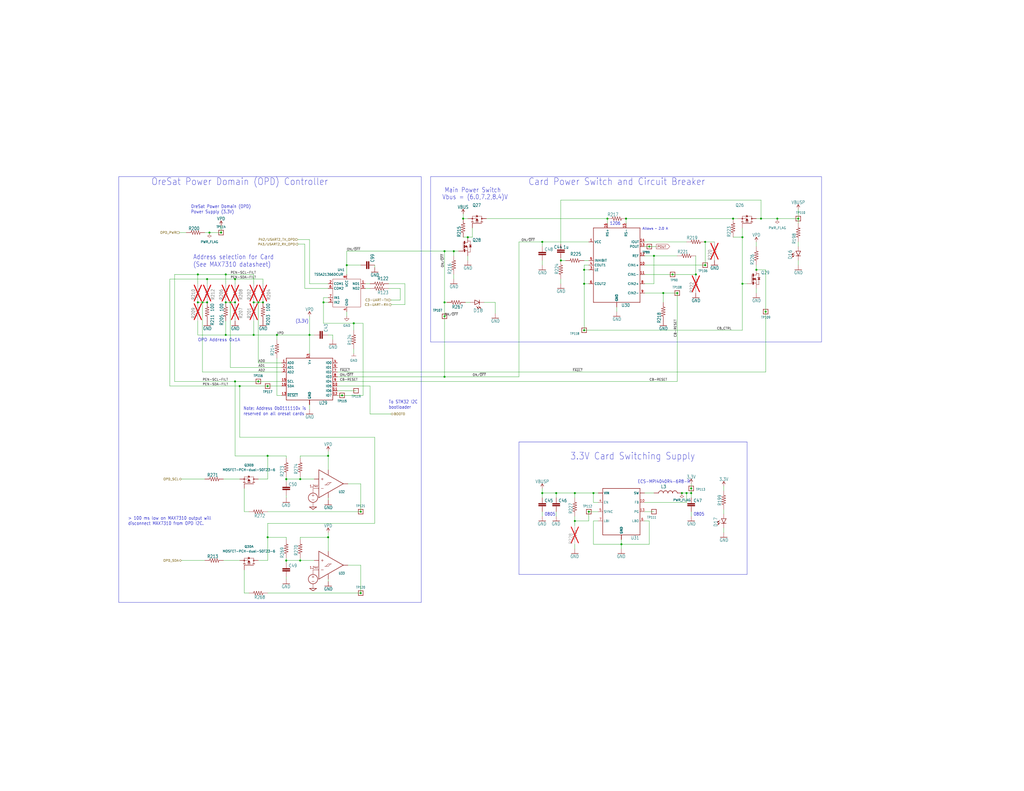
<source format=kicad_sch>
(kicad_sch (version 20250114) (generator "eeschema") (generator_version "9.0")
  (paper "C")
  (title_block (title "OreSat ADCS Card") (date "2023-11-21") (rev "v1.3") (company "Edward Tsoi"))
  (text "OPD Address 0x1A" (at 107.95 186.69 0) (effects (font (size 1.651 1.651)) (justify left bottom)))
  (text "Vbus = (6.0,7.2,8.4)V" (at 241.3 109.22 0) (effects (font (size 2.54 2.159)) (justify left bottom)))
  (text "Note: Address 0b0111110x is\nreserved on all oresat cards" (at 132.842 227.076 0) (effects (font (size 1.778 1.5113)) (justify left bottom)))
  (text "3.3V Card Switching Supply" (at 311.15 251.46 0) (effects (font (size 3.81 3.2385)) (justify left bottom)))
  (text "ECS-MPI4040R4-6R8-R" (at 347.98 264.16 0) (effects (font (size 1.778 1.5113)) (justify left bottom)))
  (text "Allows ~ 2.0 A" (at 350.52 125.73 0) (effects (font (size 1.27 1.27)) (justify left bottom)))
  (text "OreSat Power Domain (OPD)\nPower Supply (3.3V)" (at 104.14 116.84 0) (effects (font (size 1.778 1.5113)) (justify left bottom)))
  (text "> 100 ms low on MAX7310 output will\ndisconnect MAX7310 from OPD I2C." (at 69.85 287.02 0) (effects (font (size 1.778 1.5113)) (justify left bottom)))
  (text "Card Power Switch and Circuit Breaker" (at 288.29 101.6 0) (effects (font (size 3.81 3.2385)) (justify left bottom)))
  (text "1206" (at 332.74 123.19 0) (effects (font (size 1.778 1.5113)) (justify left bottom)))
  (text "(3.3V)" (at 161.29 176.53 0) (effects (font (size 1.778 1.5113)) (justify left bottom)))
  (text "To STM32 I2C\nbootloader" (at 212.09 223.52 0) (effects (font (size 1.778 1.5113)) (justify left bottom)))
  (text "Address selection for Card\n(See MAX7310 datasheet)" (at 105.41 146.05 0) (effects (font (size 2.54 2.159)) (justify left bottom)))
  (text "0805" (at 297.18 281.94 0) (effects (font (size 1.778 1.5113)) (justify left bottom)))
  (text "OreSat Power Domain (OPD) Controller" (at 82.55 101.6 0) (effects (font (size 3.81 3.2385)) (justify left bottom)))
  (text "0805" (at 378.46 281.94 0) (effects (font (size 1.778 1.5113)) (justify left bottom)))
  (text "Main Power Switch" (at 242.57 105.41 0) (effects (font (size 2.54 2.159)) (justify left bottom)))
  (junction (at 113.03 152.4))
  (junction (at 435.61 119.38))
  (junction (at 384.81 144.78))
  (junction (at 372.11 269.24))
  (junction (at 125.73 165.1))
  (junction (at 379.73 149.86))
  (junction (at 140.97 208.28))
  (junction (at 295.91 269.24))
  (junction (at 196.85 279.4))
  (junction (at 247.65 137.16))
  (junction (at 123.19 165.1))
  (junction (at 146.05 248.92))
  (junction (at 140.97 165.1))
  (junction (at 130.81 210.82))
  (junction (at 374.65 269.24))
  (junction (at 113.03 165.1))
  (junction (at 323.85 269.24))
  (junction (at 146.05 293.37))
  (junction (at 179.07 248.92))
  (junction (at 331.47 119.38))
  (junction (at 146.05 210.82))
  (junction (at 163.83 306.07))
  (junction (at 128.27 165.1))
  (junction (at 143.51 165.1))
  (junction (at 412.75 147.32))
  (junction (at 306.07 142.24))
  (junction (at 400.05 119.38))
  (junction (at 424.18 119.38))
  (junction (at 415.29 119.38))
  (junction (at 313.69 269.24))
  (junction (at 163.83 261.62))
  (junction (at 189.23 144.78))
  (junction (at 318.77 154.94))
  (junction (at 156.21 261.62))
  (junction (at 405.13 154.94))
  (junction (at 176.53 165.1))
  (junction (at 318.77 180.34))
  (junction (at 252.73 119.38))
  (junction (at 377.19 266.7))
  (junction (at 341.63 119.38))
  (junction (at 354.33 134.62))
  (junction (at 179.07 293.37))
  (junction (at 151.13 182.88))
  (junction (at 242.57 205.74))
  (junction (at 168.91 182.88))
  (junction (at 123.19 149.86))
  (junction (at 120.65 127))
  (junction (at 110.49 165.1))
  (junction (at 367.03 149.86))
  (junction (at 138.43 165.1))
  (junction (at 377.19 269.24))
  (junction (at 107.95 149.86))
  (junction (at 369.57 160.02))
  (junction (at 186.69 215.9))
  (junction (at 107.95 165.1))
  (junction (at 356.87 139.7))
  (junction (at 295.91 132.08))
  (junction (at 128.27 152.4))
  (junction (at 242.57 165.1))
  (junction (at 417.83 170.18))
  (junction (at 114.3 127))
  (junction (at 156.21 306.07))
  (junction (at 123.19 182.88))
  (junction (at 255.27 129.54))
  (junction (at 303.53 269.24))
  (junction (at 405.13 129.54))
  (junction (at 384.81 132.08))
  (junction (at 193.04 176.53))
  (junction (at 361.95 160.02))
  (junction (at 196.85 323.85))
  (junction (at 313.69 284.48))
  (junction (at 339.09 297.18))
  (junction (at 321.31 279.4))
  (junction (at 138.43 182.88))
  (junction (at 128.27 208.28))
  (junction (at 318.77 147.32))
  (junction (at 242.57 172.72))
  (junction (at 242.57 137.16))
  (wire (pts (xy 204.47 285.75) (xy 204.47 238.76)))
  (wire (pts (xy 198.12 215.9) (xy 198.12 176.53)))
  (wire (pts (xy 156.21 271.78) (xy 156.21 270.51)))
  (wire (pts (xy 133.35 323.85) (xy 133.35 311.15)))
  (wire (pts (xy 113.03 165.1) (xy 110.49 165.1)))
  (wire (pts (xy 179.07 293.37) (xy 179.07 300.99)))
  (wire (pts (xy 405.13 180.34) (xy 318.77 180.34)))
  (wire (pts (xy 107.95 154.94) (xy 107.95 149.86)))
  (wire (pts (xy 264.16 165.1) (xy 270.256 165.1)))
  (wire (pts (xy 323.85 297.18) (xy 339.09 297.18)))
  (wire (pts (xy 184.15 213.36) (xy 194.31 213.36)))
  (wire (pts (xy 146.05 261.62) (xy 140.97 261.62)))
  (wire (pts (xy 313.69 284.48) (xy 313.69 281.94)))
  (wire (pts (xy 295.91 269.24) (xy 303.53 269.24)))
  (wire (pts (xy 201.93 210.82) (xy 201.93 226.06)))
  (wire (pts (xy 179.07 162.56) (xy 176.53 162.56)))
  (wire (pts (xy 189.865 264.16) (xy 196.85 264.16)))
  (wire (pts (xy 331.47 119.38) (xy 331.47 121.92)))
  (wire (pts (xy 168.91 182.88) (xy 171.45 182.88)))
  (wire (pts (xy 247.65 137.16) (xy 250.19 137.16)))
  (wire (pts (xy 184.15 210.82) (xy 201.93 210.82)))
  (wire (pts (xy 125.73 200.66) (xy 125.73 165.1)))
  (wire (pts (xy 184.15 208.28) (xy 369.57 208.28)))
  (wire (pts (xy 204.47 144.78) (xy 204.47 146.05)))
  (wire (pts (xy 303.53 281.94) (xy 303.53 279.4)))
  (wire (pts (xy 351.79 269.24) (xy 356.87 269.24)))
  (wire (pts (xy 412.75 119.38) (xy 415.29 119.38)))
  (wire (pts (xy 313.69 269.24) (xy 303.53 269.24)))
  (wire (pts (xy 351.79 279.4) (xy 356.87 279.4)))
  (wire (pts (xy 128.27 208.28) (xy 140.97 208.28)))
  (wire (pts (xy 377.19 271.78) (xy 377.19 269.24)))
  (wire (pts (xy 176.53 162.56) (xy 176.53 165.1)))
  (wire (pts (xy 306.07 154.94) (xy 306.07 152.4)))
  (wire (pts (xy 110.49 203.2) (xy 110.49 165.1)))
  (wire (pts (xy 435.61 114.3) (xy 435.61 119.38)))
  (wire (pts (xy 379.73 149.86) (xy 379.73 139.7)))
  (wire (pts (xy 146.05 293.37) (xy 146.05 306.07)))
  (wire (pts (xy 247.65 137.16) (xy 242.57 137.16)))
  (wire (pts (xy 212.09 157.48) (xy 218.44 157.48)))
  (wire (pts (xy 111.76 306.07) (xy 99.06 306.07)))
  (wire (pts (xy 394.97 278.13) (xy 394.97 280.67)))
  (wire (pts (xy 140.97 165.1) (xy 138.43 165.1)))
  (wire (pts (xy 417.83 203.2) (xy 184.15 203.2)))
  (wire (pts (xy 176.53 165.1) (xy 179.07 165.1)))
  (wire (pts (xy 146.05 279.4) (xy 196.85 279.4)))
  (wire (pts (xy 189.23 144.78) (xy 196.85 144.78)))
  (wire (pts (xy 128.27 154.94) (xy 128.27 152.4)))
  (wire (pts (xy 435.61 119.38) (xy 435.61 121.92)))
  (polyline (pts (xy 234.95 186.69) (xy 234.95 96.52)))
  (wire (pts (xy 412.75 147.32) (xy 417.83 147.32)))
  (wire (pts (xy 163.83 294.64) (xy 163.83 293.37)))
  (wire (pts (xy 138.43 182.88) (xy 138.43 175.26)))
  (wire (pts (xy 220.98 166.37) (xy 213.36 166.37)))
  (wire (pts (xy 354.33 297.18) (xy 339.09 297.18)))
  (wire (pts (xy 336.55 170.18) (xy 336.55 167.64)))
  (wire (pts (xy 351.79 134.62) (xy 354.33 134.62)))
  (wire (pts (xy 128.27 152.4) (xy 143.51 152.4)))
  (wire (pts (xy 166.37 133.35) (xy 162.56 133.35)))
  (wire (pts (xy 153.67 198.12) (xy 140.97 198.12)))
  (polyline (pts (xy 407.67 241.3) (xy 407.67 313.69)))
  (wire (pts (xy 146.05 248.92) (xy 128.27 248.92)))
  (wire (pts (xy 412.75 157.48) (xy 412.75 160.02)))
  (wire (pts (xy 168.91 223.52) (xy 168.91 220.98)))
  (wire (pts (xy 321.31 279.4) (xy 321.31 284.48)))
  (wire (pts (xy 189.865 308.61) (xy 196.85 308.61)))
  (wire (pts (xy 95.25 208.28) (xy 95.25 149.86)))
  (polyline (pts (xy 229.87 328.93) (xy 64.77 328.93)))
  (wire (pts (xy 295.91 269.24) (xy 295.91 266.7)))
  (wire (pts (xy 247.65 149.86) (xy 247.65 152.4)))
  (wire (pts (xy 415.29 109.22) (xy 415.29 119.38)))
  (wire (pts (xy 242.57 165.1) (xy 242.57 172.72)))
  (wire (pts (xy 181.61 182.88) (xy 181.61 185.42)))
  (wire (pts (xy 95.25 208.28) (xy 128.27 208.28)))
  (polyline (pts (xy 283.21 241.3) (xy 407.67 241.3)))
  (wire (pts (xy 179.07 248.92) (xy 179.07 246.38)))
  (wire (pts (xy 295.91 134.62) (xy 295.91 132.08)))
  (polyline (pts (xy 283.21 313.69) (xy 283.21 241.3)))
  (wire (pts (xy 130.81 238.76) (xy 130.81 210.82)))
  (wire (pts (xy 196.85 264.16) (xy 196.85 279.4)))
  (wire (pts (xy 306.07 109.22) (xy 415.29 109.22)))
  (wire (pts (xy 367.03 149.86) (xy 351.79 149.86)))
  (wire (pts (xy 318.77 154.94) (xy 321.31 154.94)))
  (wire (pts (xy 111.76 261.62) (xy 99.06 261.62)))
  (wire (pts (xy 321.31 279.4) (xy 326.39 279.4)))
  (wire (pts (xy 374.65 269.24) (xy 377.19 269.24)))
  (wire (pts (xy 351.79 274.32) (xy 374.65 274.32)))
  (wire (pts (xy 318.77 144.78) (xy 318.77 147.32)))
  (wire (pts (xy 242.57 137.16) (xy 189.23 137.16)))
  (wire (pts (xy 374.65 269.24) (xy 372.11 269.24)))
  (wire (pts (xy 321.31 284.48) (xy 313.69 284.48)))
  (wire (pts (xy 140.97 198.12) (xy 140.97 165.1)))
  (wire (pts (xy 193.04 176.53) (xy 176.53 176.53)))
  (wire (pts (xy 156.21 248.92) (xy 146.05 248.92)))
  (wire (pts (xy 153.67 210.82) (xy 146.05 210.82)))
  (wire (pts (xy 101.6 127) (xy 97.79 127)))
  (wire (pts (xy 218.44 163.83) (xy 213.36 163.83)))
  (wire (pts (xy 151.13 182.88) (xy 168.91 182.88)))
  (wire (pts (xy 201.93 157.48) (xy 199.39 157.48)))
  (wire (pts (xy 220.98 154.94) (xy 220.98 166.37)))
  (wire (pts (xy 323.85 274.32) (xy 326.39 274.32)))
  (wire (pts (xy 384.81 132.08) (xy 389.89 132.08)))
  (polyline (pts (xy 64.77 96.52) (xy 229.87 96.52)))
  (wire (pts (xy 405.13 129.54) (xy 405.13 154.94)))
  (wire (pts (xy 354.33 284.48) (xy 354.33 297.18)))
  (wire (pts (xy 156.21 250.19) (xy 156.21 248.92)))
  (wire (pts (xy 156.21 316.23) (xy 156.21 314.96)))
  (wire (pts (xy 242.57 137.16) (xy 242.57 165.1)))
  (polyline (pts (xy 234.95 96.52) (xy 448.31 96.52)))
  (wire (pts (xy 252.73 129.54) (xy 255.27 129.54)))
  (wire (pts (xy 156.21 306.07) (xy 163.83 306.07)))
  (wire (pts (xy 146.05 293.37) (xy 146.05 285.75)))
  (wire (pts (xy 318.77 147.32) (xy 318.77 154.94)))
  (wire (pts (xy 341.63 119.38) (xy 400.05 119.38)))
  (wire (pts (xy 168.91 154.94) (xy 168.91 130.81)))
  (wire (pts (xy 130.81 306.07) (xy 121.92 306.07)))
  (wire (pts (xy 351.79 132.08) (xy 374.65 132.08)))
  (wire (pts (xy 313.69 299.72) (xy 313.69 297.18)))
  (wire (pts (xy 356.87 154.94) (xy 356.87 139.7)))
  (wire (pts (xy 295.91 132.08) (xy 321.31 132.08)))
  (wire (pts (xy 306.07 133.35) (xy 306.07 109.22)))
  (wire (pts (xy 163.83 304.8) (xy 163.83 306.07)))
  (wire (pts (xy 394.97 265.43) (xy 394.97 267.97)))
  (wire (pts (xy 435.61 142.24) (xy 435.61 144.78)))
  (wire (pts (xy 125.73 165.1) (xy 123.19 165.1)))
  (wire (pts (xy 400.05 119.38) (xy 402.59 119.38)))
  (wire (pts (xy 369.57 160.02) (xy 361.95 160.02)))
  (wire (pts (xy 318.77 147.32) (xy 321.31 147.32)))
  (wire (pts (xy 179.07 248.92) (xy 163.83 248.92)))
  (wire (pts (xy 130.81 210.82) (xy 92.71 210.82)))
  (wire (pts (xy 107.95 182.88) (xy 107.95 175.26)))
  (wire (pts (xy 356.87 139.7) (xy 369.57 139.7)))
  (wire (pts (xy 341.63 121.92) (xy 341.63 119.38)))
  (wire (pts (xy 361.95 165.1) (xy 361.95 160.02)))
  (wire (pts (xy 138.43 154.94) (xy 138.43 149.86)))
  (wire (pts (xy 111.76 127) (xy 114.3 127)))
  (wire (pts (xy 113.03 154.94) (xy 113.03 152.4)))
  (wire (pts (xy 130.81 261.62) (xy 121.92 261.62)))
  (polyline (pts (xy 448.31 96.52) (xy 448.31 186.69)))
  (wire (pts (xy 255.27 129.54) (xy 257.81 129.54)))
  (wire (pts (xy 156.21 293.37) (xy 146.05 293.37)))
  (wire (pts (xy 321.31 144.78) (xy 318.77 144.78)))
  (wire (pts (xy 95.25 149.86) (xy 107.95 149.86)))
  (wire (pts (xy 166.37 157.48) (xy 166.37 133.35)))
  (wire (pts (xy 257.81 129.54) (xy 257.81 124.46)))
  (polyline (pts (xy 64.77 328.93) (xy 64.77 96.52)))
  (polyline (pts (xy 407.67 313.69) (xy 283.21 313.69)))
  (wire (pts (xy 407.67 154.94) (xy 405.13 154.94)))
  (wire (pts (xy 146.05 210.82) (xy 130.81 210.82)))
  (wire (pts (xy 151.13 185.42) (xy 151.13 182.88)))
  (wire (pts (xy 143.51 152.4) (xy 143.51 154.94)))
  (wire (pts (xy 374.65 274.32) (xy 374.65 269.24)))
  (wire (pts (xy 163.83 261.62) (xy 171.45 261.62)))
  (wire (pts (xy 201.93 154.94) (xy 199.39 154.94)))
  (wire (pts (xy 394.97 288.29) (xy 394.97 290.83)))
  (wire (pts (xy 168.91 193.04) (xy 168.91 182.88)))
  (wire (pts (xy 326.39 269.24) (xy 323.85 269.24)))
  (wire (pts (xy 189.23 137.16) (xy 189.23 144.78)))
  (wire (pts (xy 189.23 144.78) (xy 189.23 149.86)))
  (wire (pts (xy 133.35 279.4) (xy 133.35 266.7)))
  (wire (pts (xy 283.21 205.74) (xy 283.21 132.08)))
  (wire (pts (xy 146.05 285.75) (xy 204.47 285.75)))
  (wire (pts (xy 153.67 215.9) (xy 151.13 215.9)))
  (wire (pts (xy 135.89 279.4) (xy 133.35 279.4)))
  (wire (pts (xy 412.75 132.08) (xy 412.75 134.62)))
  (polyline (pts (xy 229.87 96.52) (xy 229.87 328.93)))
  (wire (pts (xy 113.03 152.4) (xy 128.27 152.4)))
  (wire (pts (xy 179.07 317.5) (xy 179.07 316.23)))
  (wire (pts (xy 168.91 182.88) (xy 168.91 172.72)))
  (wire (pts (xy 351.79 154.94) (xy 356.87 154.94)))
  (wire (pts (xy 156.21 306.07) (xy 156.21 304.8)))
  (wire (pts (xy 415.29 119.38) (xy 424.18 119.38)))
  (wire (pts (xy 361.95 160.02) (xy 351.79 160.02)))
  (wire (pts (xy 252.73 119.38) (xy 255.27 119.38)))
  (wire (pts (xy 247.65 139.7) (xy 247.65 137.16)))
  (wire (pts (xy 135.89 323.85) (xy 133.35 323.85)))
  (wire (pts (xy 189.23 170.18) (xy 189.23 172.72)))
  (wire (pts (xy 153.67 200.66) (xy 125.73 200.66)))
  (wire (pts (xy 123.19 154.94) (xy 123.19 149.86)))
  (wire (pts (xy 435.61 132.08) (xy 435.61 134.62)))
  (wire (pts (xy 92.71 152.4) (xy 113.03 152.4)))
  (wire (pts (xy 405.13 129.54) (xy 405.13 124.46)))
  (wire (pts (xy 242.57 205.74) (xy 283.21 205.74)))
  (wire (pts (xy 184.15 205.74) (xy 242.57 205.74)))
  (wire (pts (xy 318.77 180.34) (xy 318.77 154.94)))
  (wire (pts (xy 323.85 284.48) (xy 323.85 297.18)))
  (wire (pts (xy 156.21 306.07) (xy 156.21 307.34)))
  (wire (pts (xy 176.53 176.53) (xy 176.53 165.1)))
  (wire (pts (xy 323.85 269.24) (xy 313.69 269.24)))
  (wire (pts (xy 123.19 182.88) (xy 138.43 182.88)))
  (wire (pts (xy 163.83 250.19) (xy 163.83 248.92)))
  (wire (pts (xy 313.69 287.02) (xy 313.69 284.48)))
  (wire (pts (xy 193.04 176.53) (xy 193.04 180.34)))
  (wire (pts (xy 400.05 129.54) (xy 405.13 129.54)))
  (wire (pts (xy 151.13 195.58) (xy 151.13 215.9)))
  (wire (pts (xy 128.27 248.92) (xy 128.27 208.28)))
  (wire (pts (xy 295.91 144.78) (xy 295.91 142.24)))
  (wire (pts (xy 146.05 306.07) (xy 140.97 306.07)))
  (wire (pts (xy 128.27 165.1) (xy 125.73 165.1)))
  (wire (pts (xy 156.21 262.89) (xy 156.21 261.62)))
  (wire (pts (xy 377.19 269.24) (xy 377.19 266.7)))
  (wire (pts (xy 295.91 271.78) (xy 295.91 269.24)))
  (wire (pts (xy 163.83 260.35) (xy 163.83 261.62)))
  (wire (pts (xy 107.95 149.86) (xy 123.19 149.86)))
  (wire (pts (xy 123.19 182.88) (xy 123.19 175.26)))
  (wire (pts (xy 417.83 170.18) (xy 417.83 203.2)))
  (wire (pts (xy 351.79 284.48) (xy 354.33 284.48)))
  (wire (pts (xy 212.09 154.94) (xy 220.98 154.94)))
  (polyline (pts (xy 448.31 186.69) (xy 234.95 186.69)))
  (wire (pts (xy 179.07 273.05) (xy 179.07 271.78)))
  (wire (pts (xy 270.256 165.1) (xy 270.256 171.196)))
  (wire (pts (xy 252.73 116.84) (xy 252.73 119.38)))
  (wire (pts (xy 201.93 226.06) (xy 213.36 226.06)))
  (wire (pts (xy 295.91 279.4) (xy 295.91 281.94)))
  (wire (pts (xy 204.47 238.76) (xy 130.81 238.76)))
  (wire (pts (xy 306.07 142.24) (xy 308.61 142.24)))
  (wire (pts (xy 367.03 149.86) (xy 379.73 149.86)))
  (wire (pts (xy 156.21 261.62) (xy 156.21 260.35)))
  (wire (pts (xy 110.49 165.1) (xy 107.95 165.1)))
  (wire (pts (xy 242.57 172.72) (xy 242.57 205.74)))
  (wire (pts (xy 156.21 261.62) (xy 163.83 261.62)))
  (wire (pts (xy 377.19 281.94) (xy 377.19 279.4)))
  (wire (pts (xy 377.19 264.16) (xy 377.19 266.7)))
  (wire (pts (xy 179.07 293.37) (xy 179.07 290.83)))
  (wire (pts (xy 339.09 299.72) (xy 339.09 297.18)))
  (wire (pts (xy 107.95 182.88) (xy 123.19 182.88)))
  (wire (pts (xy 351.79 144.78) (xy 384.81 144.78)))
  (wire (pts (xy 162.56 130.81) (xy 168.91 130.81)))
  (wire (pts (xy 321.31 142.24) (xy 318.77 142.24)))
  (wire (pts (xy 123.19 149.86) (xy 138.43 149.86)))
  (wire (pts (xy 179.07 256.54) (xy 179.07 248.92)))
  (wire (pts (xy 120.65 127) (xy 120.65 123.19)))
  (wire (pts (xy 179.07 182.88) (xy 181.61 182.88)))
  (wire (pts (xy 218.44 157.48) (xy 218.44 163.83)))
  (wire (pts (xy 146.05 248.92) (xy 146.05 261.62)))
  (wire (pts (xy 323.85 284.48) (xy 326.39 284.48)))
  (wire (pts (xy 417.83 147.32) (xy 417.83 170.18)))
  (wire (pts (xy 303.53 271.78) (xy 303.53 269.24)))
  (wire (pts (xy 313.69 271.78) (xy 313.69 269.24)))
  (wire (pts (xy 156.21 294.64) (xy 156.21 293.37)))
  (wire (pts (xy 153.67 203.2) (xy 110.49 203.2)))
  (wire (pts (xy 140.97 208.28) (xy 153.67 208.28)))
  (wire (pts (xy 283.21 132.08) (xy 295.91 132.08)))
  (wire (pts (xy 255.27 139.7) (xy 255.27 142.24)))
  (wire (pts (xy 265.43 119.38) (xy 331.47 119.38)))
  (wire (pts (xy 166.37 157.48) (xy 179.07 157.48)))
  (wire (pts (xy 306.07 140.97) (xy 306.07 142.24)))
  (wire (pts (xy 369.57 208.28) (xy 369.57 160.02)))
  (wire (pts (xy 412.75 144.78) (xy 412.75 147.32)))
  (wire (pts (xy 384.81 144.78) (xy 384.81 132.08)))
  (wire (pts (xy 138.43 182.88) (xy 151.13 182.88)))
  (wire (pts (xy 354.33 134.62) (xy 358.14 134.62)))
  (wire (pts (xy 198.12 176.53) (xy 193.04 176.53)))
  (wire (pts (xy 323.85 274.32) (xy 323.85 269.24)))
  (wire (pts (xy 146.05 323.85) (xy 196.85 323.85)))
  (wire (pts (xy 405.13 154.94) (xy 405.13 180.34)))
  (wire (pts (xy 143.51 165.1) (xy 140.97 165.1)))
  (wire (pts (xy 254 165.1) (xy 256.54 165.1)))
  (wire (pts (xy 168.91 154.94) (xy 179.07 154.94)))
  (wire (pts (xy 351.79 139.7) (xy 356.87 139.7)))
  (wire (pts (xy 186.69 215.9) (xy 198.12 215.9)))
  (wire (pts (xy 92.71 210.82) (xy 92.71 152.4)))
  (wire (pts (xy 114.3 127) (xy 120.65 127)))
  (wire (pts (xy 179.07 293.37) (xy 163.83 293.37)))
  (wire (pts (xy 243.84 165.1) (xy 242.57 165.1)))
  (wire (pts (xy 186.69 215.9) (xy 184.15 215.9)))
  (wire (pts (xy 196.85 308.61) (xy 196.85 323.85)))
  (wire (pts (xy 424.18 119.38) (xy 435.61 119.38)))
  (wire (pts (xy 339.09 297.18) (xy 339.09 294.64)))
  (wire (pts (xy 193.04 193.04) (xy 193.04 190.5)))
  (wire (pts (xy 163.83 306.07) (xy 171.45 306.07)))
  (label "~{FAULT}" (at 185.42 203.2 0) (effects (font (size 1.2446 1.2446))))
  (label "VPD" (at 151.13 182.88 0) (effects (font (size 1.2446 1.2446))))
  (label "PEN-SCL-FILT" (at 125.73 149.86 0) (effects (font (size 1.2446 1.2446))))
  (label "AD2" (at 140.97 203.2 0) (effects (font (size 1.2446 1.2446))))
  (label "CB-RESET" (at 185.42 208.28 0) (effects (font (size 1.2446 1.2446))))
  (label "AD1" (at 140.97 200.66 0) (effects (font (size 1.2446 1.2446))))
  (label "ON/~{OFF}" (at 189.23 137.16 0) (effects (font (size 1.2446 1.2446))))
  (label "PEN-SCL-FILT" (at 110.49 208.28 0) (effects (font (size 1.2446 1.2446))))
  (label "ON/~{OFF}" (at 242.57 172.72 0) (effects (font (size 1.2446 1.2446))))
  (label "AD0" (at 140.97 198.12 0) (effects (font (size 1.2446 1.2446))))
  (label "PEN-SDA-FILT" (at 125.73 152.4 0) (effects (font (size 1.2446 1.2446))))
  (label "~{FAULT}" (at 312.42 203.2 0) (effects (font (size 1.2446 1.2446))))
  (label "ON/~{OFF}" (at 185.42 205.74 0) (effects (font (size 1.2446 1.2446))))
  (label "CB_CTRL" (at 391.16 180.34 0) (effects (font (size 1.2446 1.2446))))
  (label "ON/~{OFF}" (at 284.48 132.08 0) (effects (font (size 1.2446 1.2446))))
  (label "CB-RESET" (at 354.33 208.28 0) (effects (font (size 1.2446 1.2446))))
  (label "PEN-SDA-FILT" (at 110.49 210.82 0) (effects (font (size 1.2446 1.2446))))
  (label "ON/~{OFF}" (at 242.57 146.05 90) (effects (font (size 1.2446 1.2446))))
  (label "CB-RESET" (at 369.57 184.15 90) (effects (font (size 1.2446 1.2446))))
  (label "ON/~{OFF}" (at 257.81 205.74 0) (effects (font (size 1.2446 1.2446))))
  (global_label "POUT" (shape output) (at 358.14 134.62 0) (property "Intersheetrefs" "${INTERSHEET_REFS}" (at 365.9444 134.62 0) (effects (justify left))))
  (hierarchical_label "PA2{slash}USART2_TX_OPD" (shape input) (at 162.56 130.81 180))
  (hierarchical_label "OPD_SCL" (shape bidirectional) (at 99.06 261.62 180))
  (hierarchical_label "OPD_PWR" (shape passive) (at 97.79 127 180))
  (hierarchical_label "OPD_SDA" (shape bidirectional) (at 99.06 306.07 180))
  (hierarchical_label "C3-UART-TX" (shape input) (at 213.36 163.83 180))
  (hierarchical_label "PA3{slash}USART2_RX_OPD" (shape output) (at 162.56 133.35 180))
  (hierarchical_label "C3-UART-RX" (shape output) (at 213.36 166.37 180))
  (hierarchical_label "BOOT0" (shape bidirectional) (at 213.36 226.06 0))
  (symbol (lib_id "oresat-acs-card-eagle-import:R-US_0603-C-NOSILK") (at 128.27 160.02 90) (unit 1) (dnp yes)
    (property "Reference" "R208" (at 132.3594 163.83 0) (effects (font (size 1.778 1.5113)) (justify left bottom)))
    (property "Value" "NP" (effects (hide yes)))
    (property "Footprint" "oresat-passives:0603-C-NOSILK" (effects (hide yes)))
  )
  (symbol (lib_id "oresat-acs-card-eagle-import:TEST-POINT-LARGE-SQUARE") (at 369.57 160.02 180) (unit 1)
    (property "Reference" "TP108" (at 372.11 156.21 0) (effects (font (size 1.27 1.0795)) (justify left bottom)))
    (property "Value" "TEST-POINT-LARGE-SQUARE" (effects (hide yes)))
    (property "Footprint" "oresat-acs-card:1X01" (effects (hide yes)))
  )
  (symbol (lib_id "oresat-acs-card-eagle-import:TEST-POINT-LARGE-SQUARE") (at 242.57 172.72 0) (unit 1)
    (property "Reference" "TP107" (at 236.22 170.18 0) (effects (font (size 1.27 1.0795)) (justify left bottom)))
    (property "Value" "TEST-POINT-LARGE-SQUARE" (effects (hide yes)))
    (property "Footprint" "oresat-acs-card:1X01" (effects (hide yes)))
  )
  (symbol (lib_id "oresat-acs-card-eagle-import:LED-GREEN0603") (at 259.08 165.1 90) (unit 1)
    (property "Reference" "D18" (at 263.652 168.529 90) (effects (font (size 1.778 1.778)) (justify left bottom)))
    (property "Value" "AMBER" (effects (hide yes)))
    (property "Footprint" "oresat-acs-card:LED-0603" (effects (hide yes)))
  )
  (symbol (lib_id "oresat-acs-card-eagle-import:VPD") (at 168.91 172.72 0) (unit 1)
    (property "Reference" "#VPD02" (effects (hide yes)))
    (property "Value" "VPD" (at 168.91 169.926 0) (effects (font (size 1.778 1.5113)) (justify bottom)))
  )
  (symbol (lib_id "oresat-acs-card-eagle-import:TEST-POINT-LARGE-SQUARE") (at 318.77 180.34 0) (mirror y) (unit 1)
    (property "Reference" "TP118" (at 316.23 182.88 0) (effects (font (size 1.27 1.0795)) (justify left bottom)))
    (property "Value" "TEST-POINT-LARGE-SQUARE" (effects (hide yes)))
    (property "Footprint" "oresat-acs-card:1X01" (effects (hide yes)))
  )
  (symbol (lib_id "oresat-acs-card-eagle-import:GND") (at 247.65 154.94 0) (mirror y) (unit 1)
    (property "Reference" "#GND016" (effects (hide yes)))
    (property "Value" "GND" (at 250.19 157.48 0) (effects (font (size 1.778 1.5113)) (justify left bottom)))
  )
  (symbol (lib_id "oresat-acs-card-eagle-import:C-EU0805-B-NOSILK") (at 295.91 274.32 0) (unit 1)
    (property "Reference" "C45" (at 297.18 274.32 0) (effects (font (size 1.778 1.5113)) (justify left bottom)))
    (property "Value" "10u" (effects (hide yes)))
    (property "Footprint" "oresat-passives:0805-B-NOSILK" (effects (hide yes)))
  )
  (symbol (lib_id "oresat-acs-card-eagle-import:TEST-POINT-LARGE-SQUARE") (at 356.87 279.4 0) (unit 1)
    (property "Reference" "TP111" (at 353.06 283.21 0) (effects (font (size 1.27 1.0795)) (justify left bottom)))
    (property "Value" "TEST-POINT-LARGE-SQUARE" (effects (hide yes)))
    (property "Footprint" "oresat-acs-card:1X01" (effects (hide yes)))
  )
  (symbol (lib_id "oresat-power:GND") (at 193.04 193.04 0) (unit 1)
    (property "Reference" "#GND0145" (effects (hide yes)))
    (property "Value" "GND" (at 193.04 196.85 0))
  )
  (symbol (lib_id "oresat-acs-card-eagle-import:R-US_0603-C-NOSILK") (at 116.84 306.07 0) (unit 1)
    (property "Reference" "R213" (at 113.03 304.8 0) (effects (font (size 1.778 1.5113)) (justify left bottom)))
    (property "Value" "100" (effects (hide yes)))
    (property "Footprint" "oresat-passives:0603-C-NOSILK" (effects (hide yes)))
  )
  (symbol (lib_id "oresat-acs-card-eagle-import:GND") (at 339.09 302.26 0) (unit 1)
    (property "Reference" "#GND025" (effects (hide yes)))
    (property "Value" "GND" (at 336.55 304.8 0) (effects (font (size 1.778 1.5113)) (justify left bottom)))
  )
  (symbol (lib_id "oresat-acs-card-eagle-import:GND") (at 412.75 162.56 0) (mirror y) (unit 1)
    (property "Reference" "#GND031" (effects (hide yes)))
    (property "Value" "GND" (at 415.29 165.1 0) (effects (font (size 1.778 1.5113)) (justify left bottom)))
  )
  (symbol (lib_id "oresat-acs-card-eagle-import:VBUSP") (at 435.61 114.3 0) (unit 1)
    (property "Reference" "#VBUSP02" (effects (hide yes)))
    (property "Value" "VBUSP" (at 435.61 111.506 0) (effects (font (size 1.778 1.5113)) (justify bottom)))
  )
  (symbol (lib_id "oresat-acs-card-eagle-import:R-US_0603-C-NOSILK") (at 400.05 124.46 90) (unit 1)
    (property "Reference" "R223" (at 398.78 129.54 0) (effects (font (size 1.778 1.5113)) (justify left bottom)))
    (property "Value" "10k" (effects (hide yes)))
    (property "Footprint" "oresat-passives:0603-C-NOSILK" (effects (hide yes)))
  )
  (symbol (lib_id "oresat-acs-card-eagle-import:MIC842LYC5") (at 179.07 264.16 0) (unit 1)
    (property "Reference" "U32" (at 184.785 269.24 0) (effects (font (size 1.27 1.0795)) (justify left bottom)))
    (property "Value" "MIC842LYC5" (effects (hide yes)))
    (property "Footprint" "oresat-acs-card:SC70-5" (effects (hide yes)))
  )
  (symbol (lib_id "oresat-acs-card-eagle-import:R-US_0603-C-NOSILK") (at 151.13 190.5 90) (unit 1)
    (property "Reference" "R214" (at 149.6314 194.31 0) (effects (font (size 1.778 1.5113)) (justify left bottom)))
    (property "Value" "10k" (effects (hide yes)))
    (property "Footprint" "oresat-passives:0603-C-NOSILK" (effects (hide yes)))
  )
  (symbol (lib_id "oresat-acs-card-eagle-import:TEST-POINT-LARGE-SQUARE") (at 354.33 134.62 0) (unit 1)
    (property "Reference" "TP89" (at 350.52 138.43 0) (effects (font (size 1.27 1.0795)) (justify left bottom)))
    (property "Value" "TEST-POINT-LARGE-SQUARE" (effects (hide yes)))
    (property "Footprint" "oresat-acs-card:1X01" (effects (hide yes)))
  )
  (symbol (lib_id "oresat-acs-card-eagle-import:C-EU0603-C-NOSILK") (at 306.07 138.43 0) (mirror x) (unit 1)
    (property "Reference" "C44" (at 302.26 135.89 0) (effects (font (size 1.778 1.5113)) (justify left top)))
    (property "Value" "1u" (at 307.34 135.89 0) (effects (font (size 1.778 1.5113)) (justify left top)))
    (property "Footprint" "oresat-passives:0603-C-NOSILK" (effects (hide yes)))
  )
  (symbol (lib_id "oresat-acs-card-eagle-import:C-EU0603-C-NOSILK") (at 201.93 144.78 270) (mirror x) (unit 1)
    (property "Reference" "C99" (at 202.311 143.256 0) (effects (font (size 1.778 1.5113)) (justify left bottom)))
    (property "Value" "100n" (effects (hide yes)))
    (property "Footprint" "oresat-passives:0603-C-NOSILK" (effects (hide yes)))
  )
  (symbol (lib_id "oresat-acs-card-eagle-import:GND") (at 394.97 293.37 0) (mirror y) (unit 1)
    (property "Reference" "#GND030" (effects (hide yes)))
    (property "Value" "GND" (at 397.51 295.91 0) (effects (font (size 1.778 1.5113)) (justify left bottom)))
  )
  (symbol (lib_id "oresat-acs-card-eagle-import:TEST-POINT-LARGE-SQUARE") (at 377.19 266.7 0) (unit 1)
    (property "Reference" "TP113" (at 379.73 267.97 0) (effects (font (size 1.27 1.0795)) (justify left bottom)))
    (property "Value" "TEST-POINT-LARGE-SQUARE" (effects (hide yes)))
    (property "Footprint" "oresat-acs-card:1X01" (effects (hide yes)))
  )
  (symbol (lib_id "oresat-acs-card-eagle-import:TEST-POINT-LARGE-SQUARE") (at 140.97 208.28 180) (unit 1)
    (property "Reference" "TP116" (at 143.51 204.47 0) (effects (font (size 1.27 1.0795)) (justify left bottom)))
    (property "Value" "TEST-POINT-LARGE-SQUARE" (effects (hide yes)))
    (property "Footprint" "oresat-acs-card:1X01" (effects (hide yes)))
  )
  (symbol (lib_id "oresat-acs-card-eagle-import:R-US_0603-C-NOSILK") (at 107.95 160.02 270) (unit 1) (dnp yes)
    (property "Reference" "R210" (at 106.4514 163.83 0) (effects (font (size 1.778 1.5113)) (justify right top)))
    (property "Value" "NP" (effects (hide yes)))
    (property "Footprint" "oresat-passives:0603-C-NOSILK" (effects (hide yes)))
  )
  (symbol (lib_id "oresat-acs-card-eagle-import:GND") (at 255.27 144.78 0) (mirror y) (unit 1)
    (property "Reference" "#GND017" (effects (hide yes)))
    (property "Value" "GND" (at 257.81 147.32 0) (effects (font (size 1.778 1.5113)) (justify left bottom)))
  )
  (symbol (lib_id "oresat-acs-card-eagle-import:R-US_0603-C-NOSILK") (at 123.19 170.18 270) (unit 1)
    (property "Reference" "R205" (at 121.92 177.8 0) (effects (font (size 1.778 1.5113)) (justify right top)))
    (property "Value" "100" (at 121.92 170.18 0) (effects (font (size 1.778 1.5113)) (justify right top)))
    (property "Footprint" "oresat-passives:0603-C-NOSILK" (effects (hide yes)))
  )
  (symbol (lib_id "oresat-acs-card-eagle-import:R-US_0603-C-NOSILK") (at 163.83 299.72 90) (unit 1)
    (property "Reference" "R270" (at 162.56 303.53 0) (effects (font (size 1.778 1.5113)) (justify left bottom)))
    (property "Value" "1M" (effects (hide yes)))
    (property "Footprint" "oresat-passives:0603-C-NOSILK" (effects (hide yes)))
  )
  (symbol (lib_id "oresat-acs-card-eagle-import:R-US_0603-C-NOSILK") (at 113.03 160.02 90) (unit 1) (dnp yes)
    (property "Reference" "R212" (at 117.1194 163.83 0) (effects (font (size 1.778 1.5113)) (justify left bottom)))
    (property "Value" "NP" (effects (hide yes)))
    (property "Footprint" "oresat-passives:0603-C-NOSILK" (effects (hide yes)))
  )
  (symbol (lib_id "oresat-acs-card-eagle-import:R-US_0603-C-NOSILK") (at 313.69 292.1 90) (unit 1) (dnp yes)
    (property "Reference" "R228" (at 312.42 297.18 0) (effects (font (size 1.778 1.5113)) (justify left bottom)))
    (property "Value" "NP" (effects (hide yes)))
    (property "Footprint" "oresat-passives:0603-C-NOSILK" (effects (hide yes)))
  )
  (symbol (lib_id "oresat-acs-card-eagle-import:TEST-POINT-LARGE-SQUARE") (at 196.85 279.4 180) (unit 1)
    (property "Reference" "TP121" (at 199.39 275.59 0) (effects (font (size 1.27 1.0795)) (justify left bottom)))
    (property "Value" "TEST-POINT-LARGE-SQUARE" (effects (hide yes)))
    (property "Footprint" "oresat-acs-card:1X01" (effects (hide yes)))
  )
  (symbol (lib_id "oresat-acs-card-eagle-import:GND") (at 295.91 147.32 0) (mirror y) (unit 1)
    (property "Reference" "#GND019" (effects (hide yes)))
    (property "Value" "GND" (at 298.45 149.86 0) (effects (font (size 1.778 1.5113)) (justify left bottom)))
  )
  (symbol (lib_id "oresat-acs-card-eagle-import:R-US_0603-C-NOSILK") (at 128.27 170.18 90) (unit 1) (dnp yes)
    (property "Reference" "R207" (at 132.3594 173.99 0) (effects (font (size 1.778 1.5113)) (justify left bottom)))
    (property "Value" "NP" (effects (hide yes)))
    (property "Footprint" "oresat-passives:0603-C-NOSILK" (effects (hide yes)))
  )
  (symbol (lib_id "power:PWR_FLAG") (at 372.11 269.24 180) (unit 1)
    (property "Reference" "#FLG0103" (effects (hide yes)))
    (property "Value" "PWR_FLAG" (at 372.11 273.05 0))
  )
  (symbol (lib_id "oresat-acs-card-eagle-import:R-US_0603-C-NOSILK") (at 412.75 139.7 90) (unit 1)
    (property "Reference" "R226" (at 411.48 144.78 0) (effects (font (size 1.778 1.5113)) (justify left bottom)))
    (property "Value" "10k" (effects (hide yes)))
    (property "Footprint" "oresat-passives:0603-C-NOSILK" (effects (hide yes)))
  )
  (symbol (lib_id "oresat-acs-card-eagle-import:R-US_0603-C-NOSILK") (at 435.61 127 90) (unit 1)
    (property "Reference" "R198" (at 434.34 133.35 0) (effects (font (size 1.778 1.5113)) (justify left bottom)))
    (property "Value" "10k" (effects (hide yes)))
    (property "Footprint" "oresat-passives:0603-C-NOSILK" (effects (hide yes)))
  )
  (symbol (lib_id "oresat-acs-card-eagle-import:R-US_0603-C-NOSILK") (at 306.07 147.32 90) (unit 1)
    (property "Reference" "R224" (at 304.8 149.86 0) (effects (font (size 1.778 1.5113)) (justify left bottom)))
    (property "Value" "100k" (effects (hide yes)))
    (property "Footprint" "oresat-passives:0603-C-NOSILK" (effects (hide yes)))
  )
  (symbol (lib_id "oresat-acs-card-eagle-import:R-US_0603-C-NOSILK") (at 248.92 165.1 180) (unit 1)
    (property "Reference" "R267" (at 252.73 166.5986 0) (effects (font (size 1.778 1.5113)) (justify left bottom)))
    (property "Value" "4.7k" (effects (hide yes)))
    (property "Footprint" "oresat-passives:0603-C-NOSILK" (effects (hide yes)))
  )
  (symbol (lib_id "oresat-acs-card-eagle-import:C-EU0603-C-NOSILK") (at 156.21 265.43 0) (unit 1)
    (property "Reference" "C50" (at 157.48 265.43 0) (effects (font (size 1.778 1.5113)) (justify left bottom)))
    (property "Value" "1u" (effects (hide yes)))
    (property "Footprint" "oresat-passives:0603-C-NOSILK" (effects (hide yes)))
  )
  (symbol (lib_id "oresat-acs-card-eagle-import:R-US_0603-C-NOSILK") (at 379.73 132.08 180) (unit 1)
    (property "Reference" "R219" (at 374.65 130.81 0) (effects (font (size 1.778 1.5113)) (justify right top)))
    (property "Value" "0" (effects (hide yes)))
    (property "Footprint" "oresat-passives:0603-C-NOSILK" (effects (hide yes)))
  )
  (symbol (lib_id "oresat-acs-card-eagle-import:R-US_0603-C-NOSILK") (at 140.97 279.4 180) (unit 1)
    (property "Reference" "R272" (at 144.78 280.67 0) (effects (font (size 1.778 1.5113)) (justify left bottom)))
    (property "Value" "665k" (effects (hide yes)))
    (property "Footprint" "oresat-passives:0603-C-NOSILK" (effects (hide yes)))
  )
  (symbol (lib_id "oresat-acs-card-eagle-import:TEST-POINT-LARGE-SQUARE") (at 120.65 127 180) (unit 1)
    (property "Reference" "TP114" (at 123.19 123.19 0) (effects (font (size 1.27 1.0795)) (justify left bottom)))
    (property "Value" "TEST-POINT-LARGE-SQUARE" (effects (hide yes)))
    (property "Footprint" "oresat-acs-card:1X01" (effects (hide yes)))
  )
  (symbol (lib_id "oresat-acs-card-eagle-import:GND") (at 128.27 177.8 0) (mirror y) (unit 1)
    (property "Reference" "#GND07" (effects (hide yes)))
    (property "Value" "GND" (at 130.81 180.34 0) (effects (font (size 1.778 1.5113)) (justify left bottom)))
  )
  (symbol (lib_id "oresat-acs-card-eagle-import:GND") (at 179.07 275.59 0) (mirror y) (unit 1)
    (property "Reference" "#GND012" (effects (hide yes)))
    (property "Value" "GND" (at 181.61 278.13 0) (effects (font (size 1.778 1.5113)) (justify left bottom)))
  )
  (symbol (lib_id "oresat-acs-card-eagle-import:GND") (at 303.53 284.48 0) (unit 1)
    (property "Reference" "#GND021" (effects (hide yes)))
    (property "Value" "GND" (at 300.99 287.02 0) (effects (font (size 1.778 1.5113)) (justify left bottom)))
  )
  (symbol (lib_id "oresat-acs-card-eagle-import:GND") (at 168.91 226.06 0) (mirror y) (unit 1)
    (property "Reference" "#GND011" (effects (hide yes)))
    (property "Value" "GND" (at 171.45 228.6 0) (effects (font (size 1.778 1.5113)) (justify left bottom)))
  )
  (symbol (lib_id "oresat-acs-card-eagle-import:R-US_0603-C-NOSILK") (at 389.89 137.16 90) (unit 1) (dnp yes)
    (property "Reference" "R220" (at 388.3914 142.24 0) (effects (font (size 1.778 1.5113)) (justify left bottom)))
    (property "Value" "NP" (effects (hide yes)))
    (property "Footprint" "oresat-passives:0603-C-NOSILK" (effects (hide yes)))
  )
  (symbol (lib_id "oresat-acs-card-eagle-import:MAX4211") (at 336.55 142.24 0) (unit 1)
    (property "Reference" "U30" (at 339.09 167.64 0) (effects (font (size 1.778 1.5113)) (justify left bottom)))
    (property "Value" "MAX4211" (effects (hide yes)))
    (property "Footprint" "oresat-acs-card:QFN65P400X400X80-17T210" (effects (hide yes)))
  )
  (symbol (lib_id "oresat-acs-card-eagle-import:R-US_0603-C-NOSILK") (at 143.51 170.18 90) (unit 1)
    (property "Reference" "R203" (at 147.32 177.8 0) (effects (font (size 1.778 1.5113)) (justify left bottom)))
    (property "Value" "100" (at 147.32 170.18 0) (effects (font (size 1.778 1.5113)) (justify left bottom)))
    (property "Footprint" "oresat-passives:0603-C-NOSILK" (effects (hide yes)))
  )
  (symbol (lib_id "oresat-acs-card-eagle-import:GND") (at 143.51 177.8 0) (mirror y) (unit 1)
    (property "Reference" "#GND08" (effects (hide yes)))
    (property "Value" "GND" (at 146.05 180.34 0) (effects (font (size 1.778 1.5113)) (justify left bottom)))
  )
  (symbol (lib_id "oresat-acs-card-eagle-import:VPD") (at 120.65 123.19 0) (unit 1)
    (property "Reference" "#VPD01" (effects (hide yes)))
    (property "Value" "VPD" (at 120.65 120.396 0) (effects (font (size 1.778 1.5113)) (justify bottom)))
  )
  (symbol (lib_id "oresat-acs-card-eagle-import:R-US_0603-C-NOSILK") (at 156.21 255.27 90) (unit 1)
    (property "Reference" "R273" (at 154.94 260.35 0) (effects (font (size 1.778 1.5113)) (justify left bottom)))
    (property "Value" "330k" (effects (hide yes)))
    (property "Footprint" "oresat-passives:0603-C-NOSILK" (effects (hide yes)))
  )
  (symbol (lib_id "oresat-acs-card-eagle-import:GND") (at 313.69 302.26 0) (unit 1)
    (property "Reference" "#GND023" (effects (hide yes)))
    (property "Value" "GND" (at 311.15 304.8 0) (effects (font (size 1.778 1.5113)) (justify left bottom)))
  )
  (symbol (lib_id "oresat-acs-card-eagle-import:GND") (at 377.19 284.48 0) (mirror y) (unit 1)
    (property "Reference" "#GND027" (effects (hide yes)))
    (property "Value" "GND" (at 379.73 287.02 0) (effects (font (size 1.778 1.5113)) (justify left bottom)))
  )
  (symbol (lib_id "oresat-acs-card-eagle-import:TEST-POINT-LARGE-SQUARE") (at 194.31 213.36 90) (unit 1)
    (property "Reference" "TP119" (at 191.77 217.17 90) (effects (font (size 1.27 1.0795)) (justify right top)))
    (property "Value" "TEST-POINT-LARGE-SQUARE" (effects (hide yes)))
    (property "Footprint" "oresat-acs-card:1X01" (effects (hide yes)))
  )
  (symbol (lib_id "oresat-acs-card-eagle-import:TEST-POINT-LARGE-SQUARE") (at 196.85 323.85 180) (unit 1)
    (property "Reference" "TP120" (at 199.39 320.04 0) (effects (font (size 1.27 1.0795)) (justify left bottom)))
    (property "Value" "TEST-POINT-LARGE-SQUARE" (effects (hide yes)))
    (property "Footprint" "oresat-acs-card:1X01" (effects (hide yes)))
  )
  (symbol (lib_id "oresat-acs-card-eagle-import:PMV45EN") (at 255.27 134.62 0) (unit 1)
    (property "Reference" "Q28" (at 257.81 132.08 0) (effects (font (size 1.778 1.5113)) (justify left bottom)))
    (property "Value" "PMV45EN2R" (effects (hide yes)))
    (property "Footprint" "oresat-acs-card:SOT23" (effects (hide yes)))
  )
  (symbol (lib_id "oresat-acs-card-eagle-import:L-ECS-MPI4040") (at 364.49 269.24 90) (unit 1)
    (property "Reference" "L3" (at 360.68 266.7 90) (effects (font (size 1.778 1.5113)) (justify right top)))
    (property "Value" "6.8u" (effects (hide yes)))
    (property "Footprint" "oresat-acs-card:ECS-MPI4040" (effects (hide yes)))
  )
  (symbol (lib_id "oresat-acs-card-eagle-import:TPS6211X") (at 339.09 276.86 0) (unit 1)
    (property "Reference" "U31" (at 344.17 294.64 0) (effects (font (size 1.778 1.5113)) (justify left bottom)))
    (property "Value" "TPS62111RSA" (effects (hide yes)))
    (property "Footprint" "oresat-acs-card:S-PVQFN-16" (effects (hide yes)))
  )
  (symbol (lib_id "oresat-acs-card-eagle-import:TEST-POINT-LARGE-SQUARE") (at 321.31 279.4 0) (unit 1)
    (property "Reference" "TP112" (at 318.008 277.114 0) (effects (font (size 1.27 1.0795)) (justify left bottom)))
    (property "Value" "TEST-POINT-LARGE-SQUARE" (effects (hide yes)))
    (property "Footprint" "oresat-acs-card:1X01" (effects (hide yes)))
  )
  (symbol (lib_id "oresat-acs-card-eagle-import:MIC842LYC5") (at 179.07 308.61 0) (unit 1)
    (property "Reference" "U33" (at 184.785 313.69 0) (effects (font (size 1.27 1.0795)) (justify left bottom)))
    (property "Value" "MIC842LYC5" (effects (hide yes)))
    (property "Footprint" "oresat-acs-card:SC70-5" (effects (hide yes)))
  )
  (symbol (lib_id "oresat-acs-card-eagle-import:C-EU0603-C-NOSILK") (at 156.21 309.88 0) (unit 1)
    (property "Reference" "C49" (at 157.48 309.88 0) (effects (font (size 1.778 1.5113)) (justify left bottom)))
    (property "Value" "1u" (effects (hide yes)))
    (property "Footprint" "oresat-passives:0603-C-NOSILK" (effects (hide yes)))
  )
  (symbol (lib_id "oresat-acs-card-eagle-import:GND") (at 156.21 274.32 0) (unit 1)
    (property "Reference" "#GND09" (effects (hide yes)))
    (property "Value" "GND" (at 153.67 276.86 0) (effects (font (size 1.778 1.5113)) (justify left bottom)))
  )
  (symbol (lib_id "oresat-acs-card-eagle-import:LED-GREEN0603") (at 435.61 137.16 0) (unit 1)
    (property "Reference" "D16" (at 432.181 141.732 90) (effects (font (size 1.778 1.778)) (justify left bottom)))
    (property "Value" "GREEN" (effects (hide yes)))
    (property "Footprint" "oresat-acs-card:LED-0603" (effects (hide yes)))
  )
  (symbol (lib_id "oresat-acs-card-eagle-import:R-US_0603-C-NOSILK") (at 361.95 170.18 90) (unit 1)
    (property "Reference" "R218" (at 360.68 176.53 0) (effects (font (size 1.778 1.5113)) (justify left bottom)))
    (property "Value" "10k" (effects (hide yes)))
    (property "Footprint" "oresat-passives:0603-C-NOSILK" (effects (hide yes)))
  )
  (symbol (lib_id "oresat-acs-card-eagle-import:R-US_0603-C-NOSILK") (at 107.95 170.18 270) (unit 1) (dnp yes)
    (property "Reference" "R209" (at 106.4514 173.99 0) (effects (font (size 1.778 1.5113)) (justify right top)))
    (property "Value" "NP" (effects (hide yes)))
    (property "Footprint" "oresat-passives:0603-C-NOSILK" (effects (hide yes)))
  )
  (symbol (lib_id "power:PWR_FLAG") (at 114.3 127 180) (unit 1)
    (property "Reference" "#FLG010" (effects (hide yes)))
    (property "Value" "PWR_FLAG" (at 114.3 132.08 0))
  )
  (symbol (lib_id "oresat-acs-card-eagle-import:C-EU0805-B-NOSILK") (at 377.19 274.32 0) (unit 1)
    (property "Reference" "C47" (at 378.46 274.32 0) (effects (font (size 1.778 1.5113)) (justify left bottom)))
    (property "Value" "22u" (effects (hide yes)))
    (property "Footprint" "oresat-passives:0805-B-NOSILK" (effects (hide yes)))
  )
  (symbol (lib_id "oresat-acs-card-eagle-import:GND") (at 361.95 177.8 0) (mirror y) (unit 1)
    (property "Reference" "#GND026" (effects (hide yes)))
    (property "Value" "GND" (at 364.49 180.34 0) (effects (font (size 1.778 1.5113)) (justify left bottom)))
  )
  (symbol (lib_id "oresat-acs-card-eagle-import:R-US_0603-C-NOSILK") (at 207.01 157.48 180) (unit 1)
    (property "Reference" "R123" (at 212.09 158.75 0) (effects (font (size 1.778 1.5113)) (justify left bottom)))
    (property "Value" "100" (effects (hide yes)))
    (property "Footprint" "oresat-passives:0603-C-NOSILK" (effects (hide yes)))
  )
  (symbol (lib_id "oresat-acs-card-eagle-import:R-US_0603-C-NOSILK") (at 207.01 154.94 180) (unit 1)
    (property "Reference" "R122" (at 212.09 151.13 0) (effects (font (size 1.778 1.5113)) (justify left bottom)))
    (property "Value" "100" (effects (hide yes)))
    (property "Footprint" "oresat-passives:0603-C-NOSILK" (effects (hide yes)))
  )
  (symbol (lib_id "oresat-acs-card-eagle-import:R-US_0603-C-NOSILK") (at 379.73 154.94 90) (unit 1) (dnp yes)
    (property "Reference" "R222" (at 378.46 160.02 0) (effects (font (size 1.778 1.5113)) (justify left bottom)))
    (property "Value" "NP" (effects (hide yes)))
    (property "Footprint" "oresat-passives:0603-C-NOSILK" (effects (hide yes)))
  )
  (symbol (lib_id "oresat-acs-card-eagle-import:R-US_R1206") (at 336.55 119.38 0) (unit 1)
    (property "Reference" "R217" (at 331.47 118.11 0) (effects (font (size 1.778 1.5113)) (justify left bottom)))
    (property "Value" "15m" (effects (hide yes)))
    (property "Footprint" "oresat-acs-card:R1206" (effects (hide yes)))
  )
  (symbol (lib_id "oresat-acs-card-eagle-import:R-US_0603-C-NOSILK") (at 163.83 255.27 90) (unit 1)
    (property "Reference" "R274" (at 162.56 259.08 0) (effects (font (size 1.778 1.5113)) (justify left bottom)))
    (property "Value" "1M" (effects (hide yes)))
    (property "Footprint" "oresat-passives:0603-C-NOSILK" (effects (hide yes)))
  )
  (symbol (lib_id "oresat-acs-card-eagle-import:C-EU0603-C-NOSILK") (at 303.53 274.32 0) (unit 1)
    (property "Reference" "C46" (at 304.8 274.32 0) (effects (font (size 1.778 1.5113)) (justify left bottom)))
    (property "Value" "1u" (effects (hide yes)))
    (property "Footprint" "oresat-passives:0603-C-NOSILK" (effects (hide yes)))
  )
  (symbol (lib_id "oresat-acs-card-eagle-import:GND") (at 295.91 284.48 0) (unit 1)
    (property "Reference" "#GND020" (effects (hide yes)))
    (property "Value" "GND" (at 293.37 287.02 0) (effects (font (size 1.778 1.5113)) (justify left bottom)))
  )
  (symbol (lib_id "oresat-acs-card-eagle-import:VPD") (at 179.07 246.38 0) (unit 1)
    (property "Reference" "#VPD03" (effects (hide yes)))
    (property "Value" "VPD" (at 179.07 243.586 0) (effects (font (size 1.778 1.5113)) (justify bottom)))
  )
  (symbol (lib_id "oresat-acs-card-eagle-import:C-EU0603-C-NOSILK") (at 295.91 137.16 0) (unit 1)
    (property "Reference" "C48" (at 297.18 137.16 0) (effects (font (size 1.778 1.5113)) (justify left bottom)))
    (property "Value" "1u" (effects (hide yes)))
    (property "Footprint" "oresat-passives:0603-C-NOSILK" (effects (hide yes)))
  )
  (symbol (lib_id "oresat-acs-card-eagle-import:MOSFET-PCH-dual-SOT23-6") (at 135.89 264.16 90) (unit 2)
    (property "Reference" "Q30" (at 135.89 254 90))
    (property "Value" "MOSFET-PCH-dual-SOT23-6" (at 135.89 256.54 90))
    (property "Footprint" "oresat-acs-card:SOT23-6" (effects (hide yes)))
  )
  (symbol (lib_id "oresat-acs-card-eagle-import:R-US_0603-C-NOSILK") (at 394.97 273.05 90) (unit 1)
    (property "Reference" "R199" (at 393.7 276.225 0) (effects (font (size 1.778 1.5113)) (justify left bottom)))
    (property "Value" "10k" (effects (hide yes)))
    (property "Footprint" "oresat-passives:0603-C-NOSILK" (effects (hide yes)))
  )
  (symbol (lib_id "oresat-acs-card-eagle-import:PMV45EN") (at 412.75 152.4 0) (unit 1)
    (property "Reference" "Q29" (at 415.29 149.86 0) (effects (font (size 1.778 1.5113)) (justify left bottom)))
    (property "Value" "PMV45EN2R" (effects (hide yes)))
    (property "Footprint" "oresat-acs-card:SOT23" (effects (hide yes)))
  )
  (symbol (lib_id "oresat-acs-card-eagle-import:GND") (at 181.61 187.96 0) (mirror y) (unit 1)
    (property "Reference" "#GND014" (effects (hide yes)))
    (property "Value" "GND" (at 184.15 190.5 0) (effects (font (size 1.778 1.5113)) (justify left bottom)))
  )
  (symbol (lib_id "oresat-acs-card-eagle-import:MOSFET-PCH-SOT23-6") (at 260.35 121.92 90) (unit 1)
    (property "Reference" "Q27" (at 257.81 113.03 90) (effects (font (size 1.778 1.5113)) (justify right top)))
    (property "Value" "MOSFET-PCH-SOT23-6" (effects (hide yes)))
    (property "Footprint" "oresat-acs-card:SOT23-6" (effects (hide yes)))
  )
  (symbol (lib_id "oresat-acs-card-eagle-import:LED-GREEN0603") (at 394.97 283.21 0) (unit 1)
    (property "Reference" "D17" (at 391.541 287.782 90) (effects (font (size 1.778 1.778)) (justify left bottom)))
    (property "Value" "GREEN" (effects (hide yes)))
    (property "Footprint" "oresat-acs-card:LED-0603" (effects (hide yes)))
  )
  (symbol (lib_id "oresat-acs-card-eagle-import:R-US_0603-C-NOSILK") (at 156.21 299.72 90) (unit 1)
    (property "Reference" "R269" (at 154.94 304.8 0) (effects (font (size 1.778 1.5113)) (justify left bottom)))
    (property "Value" "330k" (effects (hide yes)))
    (property "Footprint" "oresat-passives:0603-C-NOSILK" (effects (hide yes)))
  )
  (symbol (lib_id "oresat-acs-card-eagle-import:GND") (at 336.55 172.72 0) (mirror y) (unit 1)
    (property "Reference" "#GND024" (effects (hide yes)))
    (property "Value" "GND" (at 339.09 175.26 0) (effects (font (size 1.778 1.5113)) (justify left bottom)))
  )
  (symbol (lib_id "oresat-acs-card-eagle-import:TEST-POINT-LARGE-SQUARE") (at 435.61 119.38 0) (unit 1)
    (property "Reference" "TP110" (at 434.34 116.84 0) (effects (font (size 1.27 1.0795)) (justify left bottom)))
    (property "Value" "TEST-POINT-LARGE-SQUARE" (effects (hide yes)))
    (property "Footprint" "oresat-acs-card:1X01" (effects (hide yes)))
  )
  (symbol (lib_id "oresat-acs-card-eagle-import:TEST-POINT-LARGE-SQUARE") (at 186.69 215.9 0) (unit 1)
    (property "Reference" "TP115" (at 184.15 219.71 0) (effects (font (size 1.27 1.0795)) (justify left bottom)))
    (property "Value" "TEST-POINT-LARGE-SQUARE" (effects (hide yes)))
    (property "Footprint" "oresat-acs-card:1X01" (effects (hide yes)))
  )
  (symbol (lib_id "oresat-acs-card-eagle-import:R-US_0603-C-NOSILK") (at 138.43 170.18 270) (unit 1) (dnp yes)
    (property "Reference" "R201" (at 136.9314 173.99 0) (effects (font (size 1.778 1.5113)) (justify right top)))
    (property "Value" "NP" (effects (hide yes)))
    (property "Footprint" "oresat-passives:0603-C-NOSILK" (effects (hide yes)))
  )
  (symbol (lib_id "oresat-acs-card-eagle-import:VPD") (at 412.75 132.08 0) (unit 1)
    (property "Reference" "#VPD05" (effects (hide yes)))
    (property "Value" "VPD" (at 412.75 129.286 0) (effects (font (size 1.778 1.5113)) (justify bottom)))
  )
  (symbol (lib_id "oresat-acs-card-eagle-import:R-US_0603-C-NOSILK") (at 143.51 160.02 90) (unit 1) (dnp yes)
    (property "Reference" "R204" (at 147.5994 163.83 0) (effects (font (size 1.778 1.5113)) (justify left bottom)))
    (property "Value" "NP" (effects (hide yes)))
    (property "Footprint" "oresat-passives:0603-C-NOSILK" (effects (hide yes)))
  )
  (symbol (lib_id "oresat-acs-card-eagle-import:GND") (at 179.07 320.04 0) (mirror y) (unit 1)
    (property "Reference" "#GND013" (effects (hide yes)))
    (property "Value" "GND" (at 181.61 322.58 0) (effects (font (size 1.778 1.5113)) (justify left bottom)))
  )
  (symbol (lib_id "oresat-acs-card-eagle-import:VBUS") (at 252.73 114.3 0) (unit 1)
    (property "Reference" "#VBUS02" (effects (hide yes)))
    (property "Value" "VBUS" (at 252.73 114.046 0) (effects (font (size 1.778 1.5113)) (justify bottom)))
  )
  (symbol (lib_id "oresat-acs-card-eagle-import:TEST-POINT-LARGE-SQUARE") (at 384.81 144.78 0) (unit 1)
    (property "Reference" "TP106" (at 381 148.59 0) (effects (font (size 1.27 1.0795)) (justify left bottom)))
    (property "Value" "TEST-POINT-LARGE-SQUARE" (effects (hide yes)))
    (property "Footprint" "oresat-acs-card:1X01" (effects (hide yes)))
  )
  (symbol (lib_id "oresat-acs-card-eagle-import:VPD") (at 179.07 290.83 0) (unit 1)
    (property "Reference" "#VPD04" (effects (hide yes)))
    (property "Value" "VPD" (at 179.07 288.036 0) (effects (font (size 1.778 1.5113)) (justify bottom)))
  )
  (symbol (lib_id "oresat-acs-card-eagle-import:GND") (at 270.256 173.736 0) (mirror y) (unit 1)
    (property "Reference" "#GND018" (effects (hide yes)))
    (property "Value" "GND" (at 272.796 176.276 0) (effects (font (size 1.778 1.5113)) (justify left bottom)))
  )
  (symbol (lib_id "oresat-acs-card-eagle-import:GND") (at 204.47 148.59 0) (mirror y) (unit 1)
    (property "Reference" "#GND015" (effects (hide yes)))
    (property "Value" "GND" (at 207.01 151.13 0) (effects (font (size 1.778 1.5113)) (justify left bottom)))
  )
  (symbol (lib_id "oresat-acs-card-eagle-import:GND") (at 435.61 147.32 0) (mirror y) (unit 1)
    (property "Reference" "#GND032" (effects (hide yes)))
    (property "Value" "GND" (at 438.15 149.86 0) (effects (font (size 1.778 1.5113)) (justify left bottom)))
  )
  (symbol (lib_id "oresat-acs-card-eagle-import:R-US_0603-C-NOSILK") (at 252.73 124.46 90) (unit 1)
    (property "Reference" "R215" (at 251.46 129.54 0) (effects (font (size 1.778 1.5113)) (justify left bottom)))
    (property "Value" "10k" (effects (hide yes)))
    (property "Footprint" "oresat-passives:0603-C-NOSILK" (effects (hide yes)))
  )
  (symbol (lib_id "oresat-acs-card-eagle-import:GND") (at 379.73 162.56 0) (mirror y) (unit 1)
    (property "Reference" "#GND028" (effects (hide yes)))
    (property "Value" "GND" (at 382.27 165.1 0) (effects (font (size 1.778 1.5113)) (justify left bottom)))
  )
  (symbol (lib_id "oresat-acs-card-eagle-import:MOSFET-PCH-SOT23-6") (at 407.67 121.92 90) (unit 1)
    (property "Reference" "Q26" (at 401.32 113.03 90) (effects (font (size 1.778 1.5113)) (justify right top)))
    (property "Value" "MOSFET-PCH-SOT23-6" (effects (hide yes)))
    (property "Footprint" "oresat-acs-card:SOT23-6" (effects (hide yes)))
  )
  (symbol (lib_id "power:GND") (at 189.23 172.72 0) (unit 1)
    (property "Reference" "#PWR039" (effects (hide yes)))
    (property "Value" "GND" (at 189.23 177.8 0))
  )
  (symbol (lib_id "oresat-acs-card-eagle-import:R-US_0603-C-NOSILK") (at 106.68 127 0) (unit 1)
    (property "Reference" "R200" (at 102.87 125.73 0) (effects (font (size 1.778 1.5113)) (justify left bottom)))
    (property "Value" "10" (effects (hide yes)))
    (property "Footprint" "oresat-passives:0603-C-NOSILK" (effects (hide yes)))
  )
  (symbol (lib_id "oresat-acs-card-eagle-import:GND") (at 306.07 157.48 0) (mirror y) (unit 1)
    (property "Reference" "#GND022" (effects (hide yes)))
    (property "Value" "GND" (at 308.61 160.02 0) (effects (font (size 1.778 1.5113)) (justify left bottom)))
  )
  (symbol (lib_id "oresat-acs-card-eagle-import:R-US_0603-C-NOSILK") (at 140.97 323.85 180) (unit 1)
    (property "Reference" "R268" (at 144.78 325.12 0) (effects (font (size 1.778 1.5113)) (justify left bottom)))
    (property "Value" "665k" (effects (hide yes)))
    (property "Footprint" "oresat-passives:0603-C-NOSILK" (effects (hide yes)))
  )
  (symbol (lib_id "oresat-acs-card-eagle-import:R-US_0603-C-NOSILK") (at 313.69 276.86 90) (unit 1)
    (property "Reference" "R227" (at 312.42 280.67 0) (effects (font (size 1.778 1.5113)) (justify left bottom)))
    (property "Value" "10k" (effects (hide yes)))
    (property "Footprint" "oresat-passives:0603-C-NOSILK" (effects (hide yes)))
  )
  (symbol (lib_id "oresat-acs-card-eagle-import:R-US_0603-C-NOSILK") (at 247.65 144.78 90) (unit 1)
    (property "Reference" "R216" (at 246.38 149.86 0) (effects (font (size 1.778 1.5113)) (justify left bottom)))
    (property "Value" "10k" (effects (hide yes)))
    (property "Footprint" "oresat-passives:0603-C-NOSILK" (effects (hide yes)))
  )
  (symbol (lib_id "oresat-acs-card-eagle-import:GND") (at 113.03 177.8 0) (mirror y) (unit 1)
    (property "Reference" "#GND06" (effects (hide yes)))
    (property "Value" "GND" (at 115.57 180.34 0) (effects (font (size 1.778 1.5113)) (justify left bottom)))
  )
  (symbol (lib_id "oresat-acs-card-eagle-import:TS5A21366DCUR") (at 189.23 160.02 0) (unit 1)
    (property "Reference" "U41" (at 184.15 147.32 0) (effects (justify left)))
    (property "Value" "TS5A21366DCUR" (at 171.45 149.86 0) (effects (justify left)))
    (property "Footprint" "oresat-acs-card:DCU-R-PDSO-G8" (effects (hide yes)))
  )
  (symbol (lib_id "oresat-acs-card-eagle-import:TEST-POINT-LARGE-SQUARE") (at 417.83 170.18 0) (unit 1)
    (property "Reference" "TP109" (at 415.29 173.99 0) (effects (font (size 1.27 1.0795)) (justify left bottom)))
    (property "Value" "TEST-POINT-LARGE-SQUARE" (effects (hide yes)))
    (property "Footprint" "oresat-acs-card:1X01" (effects (hide yes)))
  )
  (symbol (lib_id "oresat-acs-card-eagle-import:C-EU0603-C-NOSILK") (at 176.53 182.88 270) (mirror x) (unit 1)
    (property "Reference" "C43" (at 176.911 181.356 0) (effects (font (size 1.778 1.5113)) (justify left bottom)))
    (property "Value" "100n" (effects (hide yes)))
    (property "Footprint" "oresat-passives:0603-C-NOSILK" (effects (hide yes)))
  )
  (symbol (lib_id "oresat-acs-card-eagle-import:R-US_0603-C-NOSILK") (at 138.43 160.02 270) (unit 1) (dnp yes)
    (property "Reference" "R202" (at 136.9314 163.83 0) (effects (font (size 1.778 1.5113)) (justify right top)))
    (property "Value" "NP" (effects (hide yes)))
    (property "Footprint" "oresat-passives:0603-C-NOSILK" (effects (hide yes)))
  )
  (symbol (lib_id "oresat-acs-card-eagle-import:3.3V") (at 377.19 264.16 0) (unit 1)
    (property "Reference" "#SUPPLY04" (effects (hide yes)))
    (property "Value" "3.3V" (at 377.19 261.366 0) (effects (font (size 1.778 1.5113)) (justify bottom)))
  )
  (symbol (lib_id "oresat-acs-card-eagle-import:VBUSP") (at 295.91 266.7 0) (unit 1)
    (property "Reference" "#VBUSP01" (effects (hide yes)))
    (property "Value" "VBUSP" (at 295.91 263.906 0) (effects (font (size 1.778 1.5113)) (justify bottom)))
  )
  (symbol (lib_id "oresat-acs-card-eagle-import:TEST-POINT-LARGE-SQUARE") (at 367.03 149.86 0) (unit 1)
    (property "Reference" "TP90" (at 365.76 153.67 0) (effects (font (size 1.27 1.0795)) (justify left bottom)))
    (property "Value" "TEST-POINT-LARGE-SQUARE" (effects (hide yes)))
    (property "Footprint" "oresat-acs-card:1X01" (effects (hide yes)))
  )
  (symbol (lib_id "oresat-acs-card-eagle-import:R-US_0603-C-NOSILK") (at 313.69 142.24 180) (unit 1)
    (property "Reference" "R225" (at 311.15 139.7 0) (effects (font (size 1.778 1.5113)) (justify right top)))
    (property "Value" "10k" (effects (hide yes)))
    (property "Footprint" "oresat-passives:0603-C-NOSILK" (effects (hide yes)))
  )
  (symbol (lib_id "oresat-acs-card-eagle-import:R-US_0603-C-NOSILK") (at 193.04 185.42 90) (unit 1)
    (property "Reference" "R124" (at 191.77 188.595 0) (effects (font (size 1.778 1.5113)) (justify left bottom)))
    (property "Value" "10k" (effects (hide yes)))
    (property "Footprint" "oresat-passives:0603-C-NOSILK" (effects (hide yes)))
  )
  (symbol (lib_id "oresat-acs-card-eagle-import:R-US_0603-C-NOSILK") (at 116.84 261.62 0) (unit 1)
    (property "Reference" "R271" (at 113.03 260.35 0) (effects (font (size 1.778 1.5113)) (justify left bottom)))
    (property "Value" "100" (effects (hide yes)))
    (property "Footprint" "oresat-passives:0603-C-NOSILK" (effects (hide yes)))
  )
  (symbol (lib_id "oresat-acs-card-eagle-import:3.3V") (at 394.97 265.43 0) (unit 1)
    (property "Reference" "#SUPPLY05" (effects (hide yes)))
    (property "Value" "3.3V" (at 394.97 262.636 0) (effects (font (size 1.778 1.5113)) (justify bottom)))
  )
  (symbol (lib_id "oresat-acs-card-eagle-import:GND") (at 156.21 318.77 0) (unit 1)
    (property "Reference" "#GND010" (effects (hide yes)))
    (property "Value" "GND" (at 153.67 321.31 0) (effects (font (size 1.778 1.5113)) (justify left bottom)))
  )
  (symbol (lib_id "oresat-acs-card-eagle-import:GND") (at 389.89 144.78 0) (mirror y) (unit 1)
    (property "Reference" "#GND029" (effects (hide yes)))
    (property "Value" "GND" (at 392.43 147.32 0) (effects (font (size 1.778 1.5113)) (justify left bottom)))
  )
  (symbol (lib_id "oresat-acs-card-eagle-import:R-US_0603-C-NOSILK") (at 113.03 170.18 90) (unit 1)
    (property "Reference" "R211" (at 116.84 177.8 0) (effects (font (size 1.778 1.5113)) (justify left bottom)))
    (property "Value" "100" (at 116.84 170.18 0) (effects (font (size 1.778 1.5113)) (justify left bottom)))
    (property "Footprint" "oresat-passives:0603-C-NOSILK" (effects (hide yes)))
  )
  (symbol (lib_id "oresat-acs-card-eagle-import:TEST-POINT-LARGE-SQUARE") (at 146.05 210.82 0) (unit 1)
    (property "Reference" "TP117" (at 143.51 214.63 0) (effects (font (size 1.27 1.0795)) (justify left bottom)))
    (property "Value" "TEST-POINT-LARGE-SQUARE" (effects (hide yes)))
    (property "Footprint" "oresat-acs-card:1X01" (effects (hide yes)))
  )
  (symbol (lib_id "oresat-acs-card-eagle-import:MAX7310") (at 168.91 205.74 0) (unit 1)
    (property "Reference" "U29" (at 173.99 220.98 0) (effects (font (size 1.778 1.5113)) (justify left bottom)))
    (property "Value" "MAX7310ATE" (effects (hide yes)))
    (property "Footprint" "oresat-acs-card:QFN65P400X400X80-17T210" (effects (hide yes)))
  )
  (symbol (lib_id "oresat-acs-card-eagle-import:R-US_0603-C-NOSILK") (at 123.19 160.02 270) (unit 1) (dnp yes)
    (property "Reference" "R206" (at 121.6914 163.83 0) (effects (font (size 1.778 1.5113)) (justify right top)))
    (property "Value" "NP" (effects (hide yes)))
    (property "Footprint" "oresat-passives:0603-C-NOSILK" (effects (hide yes)))
  )
  (symbol (lib_id "power:PWR_FLAG") (at 424.18 119.38 180) (unit 1)
    (property "Reference" "#FLG011" (effects (hide yes)))
    (property "Value" "PWR_FLAG" (at 424.18 124.46 0))
  )
  (symbol (lib_id "oresat-acs-card-eagle-import:MOSFET-PCH-dual-SOT23-6") (at 135.89 308.61 90) (unit 1)
    (property "Reference" "Q30" (at 135.89 298.45 90))
    (property "Value" "MOSFET-PCH-dual-SOT23-6" (at 135.89 300.99 90))
    (property "Footprint" "oresat-acs-card:SOT23-6" (effects (hide yes)))
  )
  (symbol (lib_id "oresat-acs-card-eagle-import:R-US_0603-C-NOSILK") (at 374.65 139.7 180) (unit 1)
    (property "Reference" "R221" (at 369.57 138.43 0) (effects (font (size 1.778 1.5113)) (justify right top)))
    (property "Value" "0" (effects (hide yes)))
    (property "Footprint" "oresat-passives:0603-C-NOSILK" (effects (hide yes)))
  )
)
</source>
